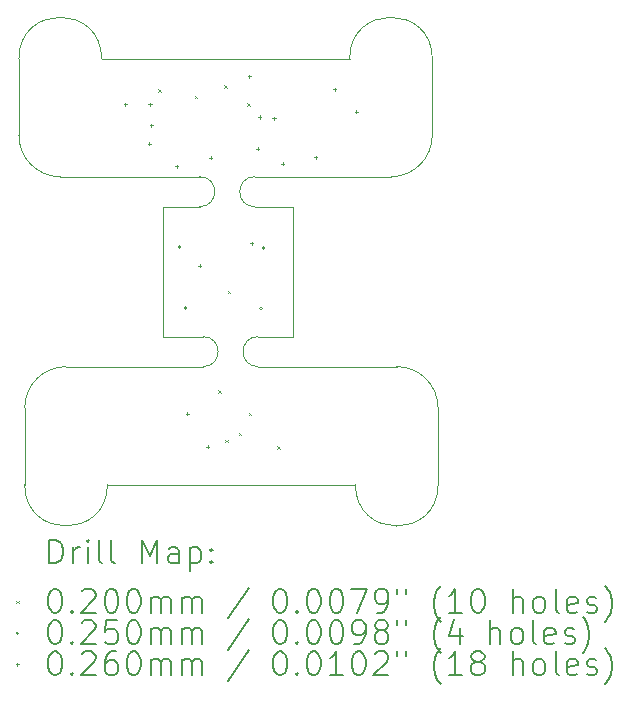
<source format=gbr>
%TF.GenerationSoftware,KiCad,Pcbnew,8.0.8*%
%TF.CreationDate,2025-04-24T20:50:18+02:00*%
%TF.ProjectId,IMU_PCBs,494d555f-5043-4427-932e-6b696361645f,rev?*%
%TF.SameCoordinates,Original*%
%TF.FileFunction,Drillmap*%
%TF.FilePolarity,Positive*%
%FSLAX45Y45*%
G04 Gerber Fmt 4.5, Leading zero omitted, Abs format (unit mm)*
G04 Created by KiCad (PCBNEW 8.0.8) date 2025-04-24 20:50:18*
%MOMM*%
%LPD*%
G01*
G04 APERTURE LIST*
%ADD10C,0.050000*%
%ADD11C,0.200000*%
%ADD12C,0.100000*%
G04 APERTURE END LIST*
D10*
X12677000Y-8251000D02*
X11517000Y-8251000D01*
X14317000Y-8251000D02*
X13143000Y-8251000D01*
X13143000Y-7997000D02*
X13438000Y-7997000D01*
X12677000Y-7997000D02*
X12338000Y-7997000D01*
X12338000Y-7997000D02*
X12338000Y-6897000D01*
X13438000Y-6897000D02*
X13438000Y-7997000D01*
X13115000Y-6897000D02*
X13438000Y-6897000D01*
X12649000Y-6897000D02*
X12338000Y-6897000D01*
X11468000Y-6643000D02*
X12649000Y-6643000D01*
X13115000Y-6643000D02*
X14268000Y-6643000D01*
X14667000Y-9251000D02*
X14667000Y-8601000D01*
X11167000Y-9251000D02*
X11167000Y-8601000D01*
X14317000Y-8251000D02*
G75*
G02*
X14667000Y-8601000I0J-350000D01*
G01*
X11867000Y-9251000D02*
G75*
G02*
X11167000Y-9251000I-350000J0D01*
G01*
X14667000Y-9251000D02*
G75*
G02*
X13967000Y-9251000I-350000J0D01*
G01*
X11167000Y-8601000D02*
G75*
G02*
X11517000Y-8251000I350000J0D01*
G01*
X13967000Y-9251000D02*
X11867000Y-9251000D01*
X11118000Y-5643000D02*
X11118000Y-6293000D01*
X11468000Y-6643000D02*
G75*
G02*
X11118000Y-6293000I0J350000D01*
G01*
X14618000Y-5643000D02*
X14618000Y-6293000D01*
X13918000Y-5643000D02*
G75*
G02*
X14618000Y-5643000I350000J0D01*
G01*
X11818000Y-5643000D02*
X13918000Y-5643000D01*
X14618000Y-6293000D02*
G75*
G02*
X14268000Y-6643000I-350000J0D01*
G01*
X11118000Y-5643000D02*
G75*
G02*
X11818000Y-5643000I350000J0D01*
G01*
X12677000Y-7997000D02*
G75*
G02*
X12677000Y-8251000I0J-127000D01*
G01*
X13143000Y-8251000D02*
G75*
G02*
X13143000Y-7997000I0J127000D01*
G01*
X12649000Y-6643000D02*
G75*
G02*
X12649000Y-6897000I0J-127000D01*
G01*
X13115000Y-6897000D02*
G75*
G02*
X13115000Y-6643000I0J127000D01*
G01*
D11*
D12*
X12298000Y-5903000D02*
X12318000Y-5923000D01*
X12318000Y-5903000D02*
X12298000Y-5923000D01*
X12608000Y-5958000D02*
X12628000Y-5978000D01*
X12628000Y-5958000D02*
X12608000Y-5978000D01*
X12807000Y-8451000D02*
X12827000Y-8471000D01*
X12827000Y-8451000D02*
X12807000Y-8471000D01*
X12858000Y-5868000D02*
X12878000Y-5888000D01*
X12878000Y-5868000D02*
X12858000Y-5888000D01*
X12867000Y-8871000D02*
X12887000Y-8891000D01*
X12887000Y-8871000D02*
X12867000Y-8891000D01*
X12888000Y-7607000D02*
X12908000Y-7627000D01*
X12908000Y-7607000D02*
X12888000Y-7627000D01*
X12982000Y-8811000D02*
X13002000Y-8831000D01*
X13002000Y-8811000D02*
X12982000Y-8831000D01*
X13053000Y-6023000D02*
X13073000Y-6043000D01*
X13073000Y-6023000D02*
X13053000Y-6043000D01*
X13062000Y-8641000D02*
X13082000Y-8661000D01*
X13082000Y-8641000D02*
X13062000Y-8661000D01*
X13307000Y-8926000D02*
X13327000Y-8946000D01*
X13327000Y-8926000D02*
X13307000Y-8946000D01*
X12490500Y-7237000D02*
G75*
G02*
X12465500Y-7237000I-12500J0D01*
G01*
X12465500Y-7237000D02*
G75*
G02*
X12490500Y-7237000I12500J0D01*
G01*
X12540500Y-7757000D02*
G75*
G02*
X12515500Y-7757000I-12500J0D01*
G01*
X12515500Y-7757000D02*
G75*
G02*
X12540500Y-7757000I12500J0D01*
G01*
X13180500Y-7757000D02*
G75*
G02*
X13155500Y-7757000I-12500J0D01*
G01*
X13155500Y-7757000D02*
G75*
G02*
X13180500Y-7757000I12500J0D01*
G01*
X13200500Y-7247000D02*
G75*
G02*
X13175500Y-7247000I-12500J0D01*
G01*
X13175500Y-7247000D02*
G75*
G02*
X13200500Y-7247000I12500J0D01*
G01*
X12018000Y-6015000D02*
X12018000Y-6041000D01*
X12005000Y-6028000D02*
X12031000Y-6028000D01*
X12223000Y-6350000D02*
X12223000Y-6376000D01*
X12210000Y-6363000D02*
X12236000Y-6363000D01*
X12228000Y-6015000D02*
X12228000Y-6041000D01*
X12215000Y-6028000D02*
X12241000Y-6028000D01*
X12240500Y-6195000D02*
X12240500Y-6221000D01*
X12227500Y-6208000D02*
X12253500Y-6208000D01*
X12453000Y-6540000D02*
X12453000Y-6566000D01*
X12440000Y-6553000D02*
X12466000Y-6553000D01*
X12542000Y-8638000D02*
X12542000Y-8664000D01*
X12529000Y-8651000D02*
X12555000Y-8651000D01*
X12648000Y-7384000D02*
X12648000Y-7410000D01*
X12635000Y-7397000D02*
X12661000Y-7397000D01*
X12717000Y-8918000D02*
X12717000Y-8944000D01*
X12704000Y-8931000D02*
X12730000Y-8931000D01*
X12743000Y-6470000D02*
X12743000Y-6496000D01*
X12730000Y-6483000D02*
X12756000Y-6483000D01*
X13068000Y-5780000D02*
X13068000Y-5806000D01*
X13055000Y-5793000D02*
X13081000Y-5793000D01*
X13088000Y-7194000D02*
X13088000Y-7220000D01*
X13075000Y-7207000D02*
X13101000Y-7207000D01*
X13140500Y-6395000D02*
X13140500Y-6421000D01*
X13127500Y-6408000D02*
X13153500Y-6408000D01*
X13158000Y-6125000D02*
X13158000Y-6151000D01*
X13145000Y-6138000D02*
X13171000Y-6138000D01*
X13278000Y-6135000D02*
X13278000Y-6161000D01*
X13265000Y-6148000D02*
X13291000Y-6148000D01*
X13353000Y-6521250D02*
X13353000Y-6547250D01*
X13340000Y-6534250D02*
X13366000Y-6534250D01*
X13633000Y-6465000D02*
X13633000Y-6491000D01*
X13620000Y-6478000D02*
X13646000Y-6478000D01*
X13793000Y-5890000D02*
X13793000Y-5916000D01*
X13780000Y-5903000D02*
X13806000Y-5903000D01*
X13973000Y-6080000D02*
X13973000Y-6106000D01*
X13960000Y-6093000D02*
X13986000Y-6093000D01*
D11*
X11376277Y-9914984D02*
X11376277Y-9714984D01*
X11376277Y-9714984D02*
X11423896Y-9714984D01*
X11423896Y-9714984D02*
X11452467Y-9724508D01*
X11452467Y-9724508D02*
X11471515Y-9743555D01*
X11471515Y-9743555D02*
X11481039Y-9762603D01*
X11481039Y-9762603D02*
X11490562Y-9800698D01*
X11490562Y-9800698D02*
X11490562Y-9829270D01*
X11490562Y-9829270D02*
X11481039Y-9867365D01*
X11481039Y-9867365D02*
X11471515Y-9886412D01*
X11471515Y-9886412D02*
X11452467Y-9905460D01*
X11452467Y-9905460D02*
X11423896Y-9914984D01*
X11423896Y-9914984D02*
X11376277Y-9914984D01*
X11576277Y-9914984D02*
X11576277Y-9781650D01*
X11576277Y-9819746D02*
X11585801Y-9800698D01*
X11585801Y-9800698D02*
X11595324Y-9791174D01*
X11595324Y-9791174D02*
X11614372Y-9781650D01*
X11614372Y-9781650D02*
X11633420Y-9781650D01*
X11700086Y-9914984D02*
X11700086Y-9781650D01*
X11700086Y-9714984D02*
X11690562Y-9724508D01*
X11690562Y-9724508D02*
X11700086Y-9734031D01*
X11700086Y-9734031D02*
X11709610Y-9724508D01*
X11709610Y-9724508D02*
X11700086Y-9714984D01*
X11700086Y-9714984D02*
X11700086Y-9734031D01*
X11823896Y-9914984D02*
X11804848Y-9905460D01*
X11804848Y-9905460D02*
X11795324Y-9886412D01*
X11795324Y-9886412D02*
X11795324Y-9714984D01*
X11928658Y-9914984D02*
X11909610Y-9905460D01*
X11909610Y-9905460D02*
X11900086Y-9886412D01*
X11900086Y-9886412D02*
X11900086Y-9714984D01*
X12157229Y-9914984D02*
X12157229Y-9714984D01*
X12157229Y-9714984D02*
X12223896Y-9857841D01*
X12223896Y-9857841D02*
X12290562Y-9714984D01*
X12290562Y-9714984D02*
X12290562Y-9914984D01*
X12471515Y-9914984D02*
X12471515Y-9810222D01*
X12471515Y-9810222D02*
X12461991Y-9791174D01*
X12461991Y-9791174D02*
X12442943Y-9781650D01*
X12442943Y-9781650D02*
X12404848Y-9781650D01*
X12404848Y-9781650D02*
X12385801Y-9791174D01*
X12471515Y-9905460D02*
X12452467Y-9914984D01*
X12452467Y-9914984D02*
X12404848Y-9914984D01*
X12404848Y-9914984D02*
X12385801Y-9905460D01*
X12385801Y-9905460D02*
X12376277Y-9886412D01*
X12376277Y-9886412D02*
X12376277Y-9867365D01*
X12376277Y-9867365D02*
X12385801Y-9848317D01*
X12385801Y-9848317D02*
X12404848Y-9838793D01*
X12404848Y-9838793D02*
X12452467Y-9838793D01*
X12452467Y-9838793D02*
X12471515Y-9829270D01*
X12566753Y-9781650D02*
X12566753Y-9981650D01*
X12566753Y-9791174D02*
X12585801Y-9781650D01*
X12585801Y-9781650D02*
X12623896Y-9781650D01*
X12623896Y-9781650D02*
X12642943Y-9791174D01*
X12642943Y-9791174D02*
X12652467Y-9800698D01*
X12652467Y-9800698D02*
X12661991Y-9819746D01*
X12661991Y-9819746D02*
X12661991Y-9876889D01*
X12661991Y-9876889D02*
X12652467Y-9895936D01*
X12652467Y-9895936D02*
X12642943Y-9905460D01*
X12642943Y-9905460D02*
X12623896Y-9914984D01*
X12623896Y-9914984D02*
X12585801Y-9914984D01*
X12585801Y-9914984D02*
X12566753Y-9905460D01*
X12747705Y-9895936D02*
X12757229Y-9905460D01*
X12757229Y-9905460D02*
X12747705Y-9914984D01*
X12747705Y-9914984D02*
X12738182Y-9905460D01*
X12738182Y-9905460D02*
X12747705Y-9895936D01*
X12747705Y-9895936D02*
X12747705Y-9914984D01*
X12747705Y-9791174D02*
X12757229Y-9800698D01*
X12757229Y-9800698D02*
X12747705Y-9810222D01*
X12747705Y-9810222D02*
X12738182Y-9800698D01*
X12738182Y-9800698D02*
X12747705Y-9791174D01*
X12747705Y-9791174D02*
X12747705Y-9810222D01*
D12*
X11095500Y-10233500D02*
X11115500Y-10253500D01*
X11115500Y-10233500D02*
X11095500Y-10253500D01*
D11*
X11414372Y-10134984D02*
X11433420Y-10134984D01*
X11433420Y-10134984D02*
X11452467Y-10144508D01*
X11452467Y-10144508D02*
X11461991Y-10154031D01*
X11461991Y-10154031D02*
X11471515Y-10173079D01*
X11471515Y-10173079D02*
X11481039Y-10211174D01*
X11481039Y-10211174D02*
X11481039Y-10258793D01*
X11481039Y-10258793D02*
X11471515Y-10296889D01*
X11471515Y-10296889D02*
X11461991Y-10315936D01*
X11461991Y-10315936D02*
X11452467Y-10325460D01*
X11452467Y-10325460D02*
X11433420Y-10334984D01*
X11433420Y-10334984D02*
X11414372Y-10334984D01*
X11414372Y-10334984D02*
X11395324Y-10325460D01*
X11395324Y-10325460D02*
X11385801Y-10315936D01*
X11385801Y-10315936D02*
X11376277Y-10296889D01*
X11376277Y-10296889D02*
X11366753Y-10258793D01*
X11366753Y-10258793D02*
X11366753Y-10211174D01*
X11366753Y-10211174D02*
X11376277Y-10173079D01*
X11376277Y-10173079D02*
X11385801Y-10154031D01*
X11385801Y-10154031D02*
X11395324Y-10144508D01*
X11395324Y-10144508D02*
X11414372Y-10134984D01*
X11566753Y-10315936D02*
X11576277Y-10325460D01*
X11576277Y-10325460D02*
X11566753Y-10334984D01*
X11566753Y-10334984D02*
X11557229Y-10325460D01*
X11557229Y-10325460D02*
X11566753Y-10315936D01*
X11566753Y-10315936D02*
X11566753Y-10334984D01*
X11652467Y-10154031D02*
X11661991Y-10144508D01*
X11661991Y-10144508D02*
X11681039Y-10134984D01*
X11681039Y-10134984D02*
X11728658Y-10134984D01*
X11728658Y-10134984D02*
X11747705Y-10144508D01*
X11747705Y-10144508D02*
X11757229Y-10154031D01*
X11757229Y-10154031D02*
X11766753Y-10173079D01*
X11766753Y-10173079D02*
X11766753Y-10192127D01*
X11766753Y-10192127D02*
X11757229Y-10220698D01*
X11757229Y-10220698D02*
X11642943Y-10334984D01*
X11642943Y-10334984D02*
X11766753Y-10334984D01*
X11890562Y-10134984D02*
X11909610Y-10134984D01*
X11909610Y-10134984D02*
X11928658Y-10144508D01*
X11928658Y-10144508D02*
X11938182Y-10154031D01*
X11938182Y-10154031D02*
X11947705Y-10173079D01*
X11947705Y-10173079D02*
X11957229Y-10211174D01*
X11957229Y-10211174D02*
X11957229Y-10258793D01*
X11957229Y-10258793D02*
X11947705Y-10296889D01*
X11947705Y-10296889D02*
X11938182Y-10315936D01*
X11938182Y-10315936D02*
X11928658Y-10325460D01*
X11928658Y-10325460D02*
X11909610Y-10334984D01*
X11909610Y-10334984D02*
X11890562Y-10334984D01*
X11890562Y-10334984D02*
X11871515Y-10325460D01*
X11871515Y-10325460D02*
X11861991Y-10315936D01*
X11861991Y-10315936D02*
X11852467Y-10296889D01*
X11852467Y-10296889D02*
X11842943Y-10258793D01*
X11842943Y-10258793D02*
X11842943Y-10211174D01*
X11842943Y-10211174D02*
X11852467Y-10173079D01*
X11852467Y-10173079D02*
X11861991Y-10154031D01*
X11861991Y-10154031D02*
X11871515Y-10144508D01*
X11871515Y-10144508D02*
X11890562Y-10134984D01*
X12081039Y-10134984D02*
X12100086Y-10134984D01*
X12100086Y-10134984D02*
X12119134Y-10144508D01*
X12119134Y-10144508D02*
X12128658Y-10154031D01*
X12128658Y-10154031D02*
X12138182Y-10173079D01*
X12138182Y-10173079D02*
X12147705Y-10211174D01*
X12147705Y-10211174D02*
X12147705Y-10258793D01*
X12147705Y-10258793D02*
X12138182Y-10296889D01*
X12138182Y-10296889D02*
X12128658Y-10315936D01*
X12128658Y-10315936D02*
X12119134Y-10325460D01*
X12119134Y-10325460D02*
X12100086Y-10334984D01*
X12100086Y-10334984D02*
X12081039Y-10334984D01*
X12081039Y-10334984D02*
X12061991Y-10325460D01*
X12061991Y-10325460D02*
X12052467Y-10315936D01*
X12052467Y-10315936D02*
X12042943Y-10296889D01*
X12042943Y-10296889D02*
X12033420Y-10258793D01*
X12033420Y-10258793D02*
X12033420Y-10211174D01*
X12033420Y-10211174D02*
X12042943Y-10173079D01*
X12042943Y-10173079D02*
X12052467Y-10154031D01*
X12052467Y-10154031D02*
X12061991Y-10144508D01*
X12061991Y-10144508D02*
X12081039Y-10134984D01*
X12233420Y-10334984D02*
X12233420Y-10201650D01*
X12233420Y-10220698D02*
X12242943Y-10211174D01*
X12242943Y-10211174D02*
X12261991Y-10201650D01*
X12261991Y-10201650D02*
X12290563Y-10201650D01*
X12290563Y-10201650D02*
X12309610Y-10211174D01*
X12309610Y-10211174D02*
X12319134Y-10230222D01*
X12319134Y-10230222D02*
X12319134Y-10334984D01*
X12319134Y-10230222D02*
X12328658Y-10211174D01*
X12328658Y-10211174D02*
X12347705Y-10201650D01*
X12347705Y-10201650D02*
X12376277Y-10201650D01*
X12376277Y-10201650D02*
X12395324Y-10211174D01*
X12395324Y-10211174D02*
X12404848Y-10230222D01*
X12404848Y-10230222D02*
X12404848Y-10334984D01*
X12500086Y-10334984D02*
X12500086Y-10201650D01*
X12500086Y-10220698D02*
X12509610Y-10211174D01*
X12509610Y-10211174D02*
X12528658Y-10201650D01*
X12528658Y-10201650D02*
X12557229Y-10201650D01*
X12557229Y-10201650D02*
X12576277Y-10211174D01*
X12576277Y-10211174D02*
X12585801Y-10230222D01*
X12585801Y-10230222D02*
X12585801Y-10334984D01*
X12585801Y-10230222D02*
X12595324Y-10211174D01*
X12595324Y-10211174D02*
X12614372Y-10201650D01*
X12614372Y-10201650D02*
X12642943Y-10201650D01*
X12642943Y-10201650D02*
X12661991Y-10211174D01*
X12661991Y-10211174D02*
X12671515Y-10230222D01*
X12671515Y-10230222D02*
X12671515Y-10334984D01*
X13061991Y-10125460D02*
X12890563Y-10382603D01*
X13319134Y-10134984D02*
X13338182Y-10134984D01*
X13338182Y-10134984D02*
X13357229Y-10144508D01*
X13357229Y-10144508D02*
X13366753Y-10154031D01*
X13366753Y-10154031D02*
X13376277Y-10173079D01*
X13376277Y-10173079D02*
X13385801Y-10211174D01*
X13385801Y-10211174D02*
X13385801Y-10258793D01*
X13385801Y-10258793D02*
X13376277Y-10296889D01*
X13376277Y-10296889D02*
X13366753Y-10315936D01*
X13366753Y-10315936D02*
X13357229Y-10325460D01*
X13357229Y-10325460D02*
X13338182Y-10334984D01*
X13338182Y-10334984D02*
X13319134Y-10334984D01*
X13319134Y-10334984D02*
X13300086Y-10325460D01*
X13300086Y-10325460D02*
X13290563Y-10315936D01*
X13290563Y-10315936D02*
X13281039Y-10296889D01*
X13281039Y-10296889D02*
X13271515Y-10258793D01*
X13271515Y-10258793D02*
X13271515Y-10211174D01*
X13271515Y-10211174D02*
X13281039Y-10173079D01*
X13281039Y-10173079D02*
X13290563Y-10154031D01*
X13290563Y-10154031D02*
X13300086Y-10144508D01*
X13300086Y-10144508D02*
X13319134Y-10134984D01*
X13471515Y-10315936D02*
X13481039Y-10325460D01*
X13481039Y-10325460D02*
X13471515Y-10334984D01*
X13471515Y-10334984D02*
X13461991Y-10325460D01*
X13461991Y-10325460D02*
X13471515Y-10315936D01*
X13471515Y-10315936D02*
X13471515Y-10334984D01*
X13604848Y-10134984D02*
X13623896Y-10134984D01*
X13623896Y-10134984D02*
X13642944Y-10144508D01*
X13642944Y-10144508D02*
X13652467Y-10154031D01*
X13652467Y-10154031D02*
X13661991Y-10173079D01*
X13661991Y-10173079D02*
X13671515Y-10211174D01*
X13671515Y-10211174D02*
X13671515Y-10258793D01*
X13671515Y-10258793D02*
X13661991Y-10296889D01*
X13661991Y-10296889D02*
X13652467Y-10315936D01*
X13652467Y-10315936D02*
X13642944Y-10325460D01*
X13642944Y-10325460D02*
X13623896Y-10334984D01*
X13623896Y-10334984D02*
X13604848Y-10334984D01*
X13604848Y-10334984D02*
X13585801Y-10325460D01*
X13585801Y-10325460D02*
X13576277Y-10315936D01*
X13576277Y-10315936D02*
X13566753Y-10296889D01*
X13566753Y-10296889D02*
X13557229Y-10258793D01*
X13557229Y-10258793D02*
X13557229Y-10211174D01*
X13557229Y-10211174D02*
X13566753Y-10173079D01*
X13566753Y-10173079D02*
X13576277Y-10154031D01*
X13576277Y-10154031D02*
X13585801Y-10144508D01*
X13585801Y-10144508D02*
X13604848Y-10134984D01*
X13795325Y-10134984D02*
X13814372Y-10134984D01*
X13814372Y-10134984D02*
X13833420Y-10144508D01*
X13833420Y-10144508D02*
X13842944Y-10154031D01*
X13842944Y-10154031D02*
X13852467Y-10173079D01*
X13852467Y-10173079D02*
X13861991Y-10211174D01*
X13861991Y-10211174D02*
X13861991Y-10258793D01*
X13861991Y-10258793D02*
X13852467Y-10296889D01*
X13852467Y-10296889D02*
X13842944Y-10315936D01*
X13842944Y-10315936D02*
X13833420Y-10325460D01*
X13833420Y-10325460D02*
X13814372Y-10334984D01*
X13814372Y-10334984D02*
X13795325Y-10334984D01*
X13795325Y-10334984D02*
X13776277Y-10325460D01*
X13776277Y-10325460D02*
X13766753Y-10315936D01*
X13766753Y-10315936D02*
X13757229Y-10296889D01*
X13757229Y-10296889D02*
X13747706Y-10258793D01*
X13747706Y-10258793D02*
X13747706Y-10211174D01*
X13747706Y-10211174D02*
X13757229Y-10173079D01*
X13757229Y-10173079D02*
X13766753Y-10154031D01*
X13766753Y-10154031D02*
X13776277Y-10144508D01*
X13776277Y-10144508D02*
X13795325Y-10134984D01*
X13928658Y-10134984D02*
X14061991Y-10134984D01*
X14061991Y-10134984D02*
X13976277Y-10334984D01*
X14147706Y-10334984D02*
X14185801Y-10334984D01*
X14185801Y-10334984D02*
X14204848Y-10325460D01*
X14204848Y-10325460D02*
X14214372Y-10315936D01*
X14214372Y-10315936D02*
X14233420Y-10287365D01*
X14233420Y-10287365D02*
X14242944Y-10249270D01*
X14242944Y-10249270D02*
X14242944Y-10173079D01*
X14242944Y-10173079D02*
X14233420Y-10154031D01*
X14233420Y-10154031D02*
X14223896Y-10144508D01*
X14223896Y-10144508D02*
X14204848Y-10134984D01*
X14204848Y-10134984D02*
X14166753Y-10134984D01*
X14166753Y-10134984D02*
X14147706Y-10144508D01*
X14147706Y-10144508D02*
X14138182Y-10154031D01*
X14138182Y-10154031D02*
X14128658Y-10173079D01*
X14128658Y-10173079D02*
X14128658Y-10220698D01*
X14128658Y-10220698D02*
X14138182Y-10239746D01*
X14138182Y-10239746D02*
X14147706Y-10249270D01*
X14147706Y-10249270D02*
X14166753Y-10258793D01*
X14166753Y-10258793D02*
X14204848Y-10258793D01*
X14204848Y-10258793D02*
X14223896Y-10249270D01*
X14223896Y-10249270D02*
X14233420Y-10239746D01*
X14233420Y-10239746D02*
X14242944Y-10220698D01*
X14319134Y-10134984D02*
X14319134Y-10173079D01*
X14395325Y-10134984D02*
X14395325Y-10173079D01*
X14690563Y-10411174D02*
X14681039Y-10401650D01*
X14681039Y-10401650D02*
X14661991Y-10373079D01*
X14661991Y-10373079D02*
X14652468Y-10354031D01*
X14652468Y-10354031D02*
X14642944Y-10325460D01*
X14642944Y-10325460D02*
X14633420Y-10277841D01*
X14633420Y-10277841D02*
X14633420Y-10239746D01*
X14633420Y-10239746D02*
X14642944Y-10192127D01*
X14642944Y-10192127D02*
X14652468Y-10163555D01*
X14652468Y-10163555D02*
X14661991Y-10144508D01*
X14661991Y-10144508D02*
X14681039Y-10115936D01*
X14681039Y-10115936D02*
X14690563Y-10106412D01*
X14871515Y-10334984D02*
X14757229Y-10334984D01*
X14814372Y-10334984D02*
X14814372Y-10134984D01*
X14814372Y-10134984D02*
X14795325Y-10163555D01*
X14795325Y-10163555D02*
X14776277Y-10182603D01*
X14776277Y-10182603D02*
X14757229Y-10192127D01*
X14995325Y-10134984D02*
X15014372Y-10134984D01*
X15014372Y-10134984D02*
X15033420Y-10144508D01*
X15033420Y-10144508D02*
X15042944Y-10154031D01*
X15042944Y-10154031D02*
X15052468Y-10173079D01*
X15052468Y-10173079D02*
X15061991Y-10211174D01*
X15061991Y-10211174D02*
X15061991Y-10258793D01*
X15061991Y-10258793D02*
X15052468Y-10296889D01*
X15052468Y-10296889D02*
X15042944Y-10315936D01*
X15042944Y-10315936D02*
X15033420Y-10325460D01*
X15033420Y-10325460D02*
X15014372Y-10334984D01*
X15014372Y-10334984D02*
X14995325Y-10334984D01*
X14995325Y-10334984D02*
X14976277Y-10325460D01*
X14976277Y-10325460D02*
X14966753Y-10315936D01*
X14966753Y-10315936D02*
X14957229Y-10296889D01*
X14957229Y-10296889D02*
X14947706Y-10258793D01*
X14947706Y-10258793D02*
X14947706Y-10211174D01*
X14947706Y-10211174D02*
X14957229Y-10173079D01*
X14957229Y-10173079D02*
X14966753Y-10154031D01*
X14966753Y-10154031D02*
X14976277Y-10144508D01*
X14976277Y-10144508D02*
X14995325Y-10134984D01*
X15300087Y-10334984D02*
X15300087Y-10134984D01*
X15385801Y-10334984D02*
X15385801Y-10230222D01*
X15385801Y-10230222D02*
X15376277Y-10211174D01*
X15376277Y-10211174D02*
X15357230Y-10201650D01*
X15357230Y-10201650D02*
X15328658Y-10201650D01*
X15328658Y-10201650D02*
X15309610Y-10211174D01*
X15309610Y-10211174D02*
X15300087Y-10220698D01*
X15509610Y-10334984D02*
X15490563Y-10325460D01*
X15490563Y-10325460D02*
X15481039Y-10315936D01*
X15481039Y-10315936D02*
X15471515Y-10296889D01*
X15471515Y-10296889D02*
X15471515Y-10239746D01*
X15471515Y-10239746D02*
X15481039Y-10220698D01*
X15481039Y-10220698D02*
X15490563Y-10211174D01*
X15490563Y-10211174D02*
X15509610Y-10201650D01*
X15509610Y-10201650D02*
X15538182Y-10201650D01*
X15538182Y-10201650D02*
X15557230Y-10211174D01*
X15557230Y-10211174D02*
X15566753Y-10220698D01*
X15566753Y-10220698D02*
X15576277Y-10239746D01*
X15576277Y-10239746D02*
X15576277Y-10296889D01*
X15576277Y-10296889D02*
X15566753Y-10315936D01*
X15566753Y-10315936D02*
X15557230Y-10325460D01*
X15557230Y-10325460D02*
X15538182Y-10334984D01*
X15538182Y-10334984D02*
X15509610Y-10334984D01*
X15690563Y-10334984D02*
X15671515Y-10325460D01*
X15671515Y-10325460D02*
X15661991Y-10306412D01*
X15661991Y-10306412D02*
X15661991Y-10134984D01*
X15842944Y-10325460D02*
X15823896Y-10334984D01*
X15823896Y-10334984D02*
X15785801Y-10334984D01*
X15785801Y-10334984D02*
X15766753Y-10325460D01*
X15766753Y-10325460D02*
X15757230Y-10306412D01*
X15757230Y-10306412D02*
X15757230Y-10230222D01*
X15757230Y-10230222D02*
X15766753Y-10211174D01*
X15766753Y-10211174D02*
X15785801Y-10201650D01*
X15785801Y-10201650D02*
X15823896Y-10201650D01*
X15823896Y-10201650D02*
X15842944Y-10211174D01*
X15842944Y-10211174D02*
X15852468Y-10230222D01*
X15852468Y-10230222D02*
X15852468Y-10249270D01*
X15852468Y-10249270D02*
X15757230Y-10268317D01*
X15928658Y-10325460D02*
X15947706Y-10334984D01*
X15947706Y-10334984D02*
X15985801Y-10334984D01*
X15985801Y-10334984D02*
X16004849Y-10325460D01*
X16004849Y-10325460D02*
X16014372Y-10306412D01*
X16014372Y-10306412D02*
X16014372Y-10296889D01*
X16014372Y-10296889D02*
X16004849Y-10277841D01*
X16004849Y-10277841D02*
X15985801Y-10268317D01*
X15985801Y-10268317D02*
X15957230Y-10268317D01*
X15957230Y-10268317D02*
X15938182Y-10258793D01*
X15938182Y-10258793D02*
X15928658Y-10239746D01*
X15928658Y-10239746D02*
X15928658Y-10230222D01*
X15928658Y-10230222D02*
X15938182Y-10211174D01*
X15938182Y-10211174D02*
X15957230Y-10201650D01*
X15957230Y-10201650D02*
X15985801Y-10201650D01*
X15985801Y-10201650D02*
X16004849Y-10211174D01*
X16081039Y-10411174D02*
X16090563Y-10401650D01*
X16090563Y-10401650D02*
X16109611Y-10373079D01*
X16109611Y-10373079D02*
X16119134Y-10354031D01*
X16119134Y-10354031D02*
X16128658Y-10325460D01*
X16128658Y-10325460D02*
X16138182Y-10277841D01*
X16138182Y-10277841D02*
X16138182Y-10239746D01*
X16138182Y-10239746D02*
X16128658Y-10192127D01*
X16128658Y-10192127D02*
X16119134Y-10163555D01*
X16119134Y-10163555D02*
X16109611Y-10144508D01*
X16109611Y-10144508D02*
X16090563Y-10115936D01*
X16090563Y-10115936D02*
X16081039Y-10106412D01*
D12*
X11115500Y-10507500D02*
G75*
G02*
X11090500Y-10507500I-12500J0D01*
G01*
X11090500Y-10507500D02*
G75*
G02*
X11115500Y-10507500I12500J0D01*
G01*
D11*
X11414372Y-10398984D02*
X11433420Y-10398984D01*
X11433420Y-10398984D02*
X11452467Y-10408508D01*
X11452467Y-10408508D02*
X11461991Y-10418031D01*
X11461991Y-10418031D02*
X11471515Y-10437079D01*
X11471515Y-10437079D02*
X11481039Y-10475174D01*
X11481039Y-10475174D02*
X11481039Y-10522793D01*
X11481039Y-10522793D02*
X11471515Y-10560889D01*
X11471515Y-10560889D02*
X11461991Y-10579936D01*
X11461991Y-10579936D02*
X11452467Y-10589460D01*
X11452467Y-10589460D02*
X11433420Y-10598984D01*
X11433420Y-10598984D02*
X11414372Y-10598984D01*
X11414372Y-10598984D02*
X11395324Y-10589460D01*
X11395324Y-10589460D02*
X11385801Y-10579936D01*
X11385801Y-10579936D02*
X11376277Y-10560889D01*
X11376277Y-10560889D02*
X11366753Y-10522793D01*
X11366753Y-10522793D02*
X11366753Y-10475174D01*
X11366753Y-10475174D02*
X11376277Y-10437079D01*
X11376277Y-10437079D02*
X11385801Y-10418031D01*
X11385801Y-10418031D02*
X11395324Y-10408508D01*
X11395324Y-10408508D02*
X11414372Y-10398984D01*
X11566753Y-10579936D02*
X11576277Y-10589460D01*
X11576277Y-10589460D02*
X11566753Y-10598984D01*
X11566753Y-10598984D02*
X11557229Y-10589460D01*
X11557229Y-10589460D02*
X11566753Y-10579936D01*
X11566753Y-10579936D02*
X11566753Y-10598984D01*
X11652467Y-10418031D02*
X11661991Y-10408508D01*
X11661991Y-10408508D02*
X11681039Y-10398984D01*
X11681039Y-10398984D02*
X11728658Y-10398984D01*
X11728658Y-10398984D02*
X11747705Y-10408508D01*
X11747705Y-10408508D02*
X11757229Y-10418031D01*
X11757229Y-10418031D02*
X11766753Y-10437079D01*
X11766753Y-10437079D02*
X11766753Y-10456127D01*
X11766753Y-10456127D02*
X11757229Y-10484698D01*
X11757229Y-10484698D02*
X11642943Y-10598984D01*
X11642943Y-10598984D02*
X11766753Y-10598984D01*
X11947705Y-10398984D02*
X11852467Y-10398984D01*
X11852467Y-10398984D02*
X11842943Y-10494222D01*
X11842943Y-10494222D02*
X11852467Y-10484698D01*
X11852467Y-10484698D02*
X11871515Y-10475174D01*
X11871515Y-10475174D02*
X11919134Y-10475174D01*
X11919134Y-10475174D02*
X11938182Y-10484698D01*
X11938182Y-10484698D02*
X11947705Y-10494222D01*
X11947705Y-10494222D02*
X11957229Y-10513270D01*
X11957229Y-10513270D02*
X11957229Y-10560889D01*
X11957229Y-10560889D02*
X11947705Y-10579936D01*
X11947705Y-10579936D02*
X11938182Y-10589460D01*
X11938182Y-10589460D02*
X11919134Y-10598984D01*
X11919134Y-10598984D02*
X11871515Y-10598984D01*
X11871515Y-10598984D02*
X11852467Y-10589460D01*
X11852467Y-10589460D02*
X11842943Y-10579936D01*
X12081039Y-10398984D02*
X12100086Y-10398984D01*
X12100086Y-10398984D02*
X12119134Y-10408508D01*
X12119134Y-10408508D02*
X12128658Y-10418031D01*
X12128658Y-10418031D02*
X12138182Y-10437079D01*
X12138182Y-10437079D02*
X12147705Y-10475174D01*
X12147705Y-10475174D02*
X12147705Y-10522793D01*
X12147705Y-10522793D02*
X12138182Y-10560889D01*
X12138182Y-10560889D02*
X12128658Y-10579936D01*
X12128658Y-10579936D02*
X12119134Y-10589460D01*
X12119134Y-10589460D02*
X12100086Y-10598984D01*
X12100086Y-10598984D02*
X12081039Y-10598984D01*
X12081039Y-10598984D02*
X12061991Y-10589460D01*
X12061991Y-10589460D02*
X12052467Y-10579936D01*
X12052467Y-10579936D02*
X12042943Y-10560889D01*
X12042943Y-10560889D02*
X12033420Y-10522793D01*
X12033420Y-10522793D02*
X12033420Y-10475174D01*
X12033420Y-10475174D02*
X12042943Y-10437079D01*
X12042943Y-10437079D02*
X12052467Y-10418031D01*
X12052467Y-10418031D02*
X12061991Y-10408508D01*
X12061991Y-10408508D02*
X12081039Y-10398984D01*
X12233420Y-10598984D02*
X12233420Y-10465650D01*
X12233420Y-10484698D02*
X12242943Y-10475174D01*
X12242943Y-10475174D02*
X12261991Y-10465650D01*
X12261991Y-10465650D02*
X12290563Y-10465650D01*
X12290563Y-10465650D02*
X12309610Y-10475174D01*
X12309610Y-10475174D02*
X12319134Y-10494222D01*
X12319134Y-10494222D02*
X12319134Y-10598984D01*
X12319134Y-10494222D02*
X12328658Y-10475174D01*
X12328658Y-10475174D02*
X12347705Y-10465650D01*
X12347705Y-10465650D02*
X12376277Y-10465650D01*
X12376277Y-10465650D02*
X12395324Y-10475174D01*
X12395324Y-10475174D02*
X12404848Y-10494222D01*
X12404848Y-10494222D02*
X12404848Y-10598984D01*
X12500086Y-10598984D02*
X12500086Y-10465650D01*
X12500086Y-10484698D02*
X12509610Y-10475174D01*
X12509610Y-10475174D02*
X12528658Y-10465650D01*
X12528658Y-10465650D02*
X12557229Y-10465650D01*
X12557229Y-10465650D02*
X12576277Y-10475174D01*
X12576277Y-10475174D02*
X12585801Y-10494222D01*
X12585801Y-10494222D02*
X12585801Y-10598984D01*
X12585801Y-10494222D02*
X12595324Y-10475174D01*
X12595324Y-10475174D02*
X12614372Y-10465650D01*
X12614372Y-10465650D02*
X12642943Y-10465650D01*
X12642943Y-10465650D02*
X12661991Y-10475174D01*
X12661991Y-10475174D02*
X12671515Y-10494222D01*
X12671515Y-10494222D02*
X12671515Y-10598984D01*
X13061991Y-10389460D02*
X12890563Y-10646603D01*
X13319134Y-10398984D02*
X13338182Y-10398984D01*
X13338182Y-10398984D02*
X13357229Y-10408508D01*
X13357229Y-10408508D02*
X13366753Y-10418031D01*
X13366753Y-10418031D02*
X13376277Y-10437079D01*
X13376277Y-10437079D02*
X13385801Y-10475174D01*
X13385801Y-10475174D02*
X13385801Y-10522793D01*
X13385801Y-10522793D02*
X13376277Y-10560889D01*
X13376277Y-10560889D02*
X13366753Y-10579936D01*
X13366753Y-10579936D02*
X13357229Y-10589460D01*
X13357229Y-10589460D02*
X13338182Y-10598984D01*
X13338182Y-10598984D02*
X13319134Y-10598984D01*
X13319134Y-10598984D02*
X13300086Y-10589460D01*
X13300086Y-10589460D02*
X13290563Y-10579936D01*
X13290563Y-10579936D02*
X13281039Y-10560889D01*
X13281039Y-10560889D02*
X13271515Y-10522793D01*
X13271515Y-10522793D02*
X13271515Y-10475174D01*
X13271515Y-10475174D02*
X13281039Y-10437079D01*
X13281039Y-10437079D02*
X13290563Y-10418031D01*
X13290563Y-10418031D02*
X13300086Y-10408508D01*
X13300086Y-10408508D02*
X13319134Y-10398984D01*
X13471515Y-10579936D02*
X13481039Y-10589460D01*
X13481039Y-10589460D02*
X13471515Y-10598984D01*
X13471515Y-10598984D02*
X13461991Y-10589460D01*
X13461991Y-10589460D02*
X13471515Y-10579936D01*
X13471515Y-10579936D02*
X13471515Y-10598984D01*
X13604848Y-10398984D02*
X13623896Y-10398984D01*
X13623896Y-10398984D02*
X13642944Y-10408508D01*
X13642944Y-10408508D02*
X13652467Y-10418031D01*
X13652467Y-10418031D02*
X13661991Y-10437079D01*
X13661991Y-10437079D02*
X13671515Y-10475174D01*
X13671515Y-10475174D02*
X13671515Y-10522793D01*
X13671515Y-10522793D02*
X13661991Y-10560889D01*
X13661991Y-10560889D02*
X13652467Y-10579936D01*
X13652467Y-10579936D02*
X13642944Y-10589460D01*
X13642944Y-10589460D02*
X13623896Y-10598984D01*
X13623896Y-10598984D02*
X13604848Y-10598984D01*
X13604848Y-10598984D02*
X13585801Y-10589460D01*
X13585801Y-10589460D02*
X13576277Y-10579936D01*
X13576277Y-10579936D02*
X13566753Y-10560889D01*
X13566753Y-10560889D02*
X13557229Y-10522793D01*
X13557229Y-10522793D02*
X13557229Y-10475174D01*
X13557229Y-10475174D02*
X13566753Y-10437079D01*
X13566753Y-10437079D02*
X13576277Y-10418031D01*
X13576277Y-10418031D02*
X13585801Y-10408508D01*
X13585801Y-10408508D02*
X13604848Y-10398984D01*
X13795325Y-10398984D02*
X13814372Y-10398984D01*
X13814372Y-10398984D02*
X13833420Y-10408508D01*
X13833420Y-10408508D02*
X13842944Y-10418031D01*
X13842944Y-10418031D02*
X13852467Y-10437079D01*
X13852467Y-10437079D02*
X13861991Y-10475174D01*
X13861991Y-10475174D02*
X13861991Y-10522793D01*
X13861991Y-10522793D02*
X13852467Y-10560889D01*
X13852467Y-10560889D02*
X13842944Y-10579936D01*
X13842944Y-10579936D02*
X13833420Y-10589460D01*
X13833420Y-10589460D02*
X13814372Y-10598984D01*
X13814372Y-10598984D02*
X13795325Y-10598984D01*
X13795325Y-10598984D02*
X13776277Y-10589460D01*
X13776277Y-10589460D02*
X13766753Y-10579936D01*
X13766753Y-10579936D02*
X13757229Y-10560889D01*
X13757229Y-10560889D02*
X13747706Y-10522793D01*
X13747706Y-10522793D02*
X13747706Y-10475174D01*
X13747706Y-10475174D02*
X13757229Y-10437079D01*
X13757229Y-10437079D02*
X13766753Y-10418031D01*
X13766753Y-10418031D02*
X13776277Y-10408508D01*
X13776277Y-10408508D02*
X13795325Y-10398984D01*
X13957229Y-10598984D02*
X13995325Y-10598984D01*
X13995325Y-10598984D02*
X14014372Y-10589460D01*
X14014372Y-10589460D02*
X14023896Y-10579936D01*
X14023896Y-10579936D02*
X14042944Y-10551365D01*
X14042944Y-10551365D02*
X14052467Y-10513270D01*
X14052467Y-10513270D02*
X14052467Y-10437079D01*
X14052467Y-10437079D02*
X14042944Y-10418031D01*
X14042944Y-10418031D02*
X14033420Y-10408508D01*
X14033420Y-10408508D02*
X14014372Y-10398984D01*
X14014372Y-10398984D02*
X13976277Y-10398984D01*
X13976277Y-10398984D02*
X13957229Y-10408508D01*
X13957229Y-10408508D02*
X13947706Y-10418031D01*
X13947706Y-10418031D02*
X13938182Y-10437079D01*
X13938182Y-10437079D02*
X13938182Y-10484698D01*
X13938182Y-10484698D02*
X13947706Y-10503746D01*
X13947706Y-10503746D02*
X13957229Y-10513270D01*
X13957229Y-10513270D02*
X13976277Y-10522793D01*
X13976277Y-10522793D02*
X14014372Y-10522793D01*
X14014372Y-10522793D02*
X14033420Y-10513270D01*
X14033420Y-10513270D02*
X14042944Y-10503746D01*
X14042944Y-10503746D02*
X14052467Y-10484698D01*
X14166753Y-10484698D02*
X14147706Y-10475174D01*
X14147706Y-10475174D02*
X14138182Y-10465650D01*
X14138182Y-10465650D02*
X14128658Y-10446603D01*
X14128658Y-10446603D02*
X14128658Y-10437079D01*
X14128658Y-10437079D02*
X14138182Y-10418031D01*
X14138182Y-10418031D02*
X14147706Y-10408508D01*
X14147706Y-10408508D02*
X14166753Y-10398984D01*
X14166753Y-10398984D02*
X14204848Y-10398984D01*
X14204848Y-10398984D02*
X14223896Y-10408508D01*
X14223896Y-10408508D02*
X14233420Y-10418031D01*
X14233420Y-10418031D02*
X14242944Y-10437079D01*
X14242944Y-10437079D02*
X14242944Y-10446603D01*
X14242944Y-10446603D02*
X14233420Y-10465650D01*
X14233420Y-10465650D02*
X14223896Y-10475174D01*
X14223896Y-10475174D02*
X14204848Y-10484698D01*
X14204848Y-10484698D02*
X14166753Y-10484698D01*
X14166753Y-10484698D02*
X14147706Y-10494222D01*
X14147706Y-10494222D02*
X14138182Y-10503746D01*
X14138182Y-10503746D02*
X14128658Y-10522793D01*
X14128658Y-10522793D02*
X14128658Y-10560889D01*
X14128658Y-10560889D02*
X14138182Y-10579936D01*
X14138182Y-10579936D02*
X14147706Y-10589460D01*
X14147706Y-10589460D02*
X14166753Y-10598984D01*
X14166753Y-10598984D02*
X14204848Y-10598984D01*
X14204848Y-10598984D02*
X14223896Y-10589460D01*
X14223896Y-10589460D02*
X14233420Y-10579936D01*
X14233420Y-10579936D02*
X14242944Y-10560889D01*
X14242944Y-10560889D02*
X14242944Y-10522793D01*
X14242944Y-10522793D02*
X14233420Y-10503746D01*
X14233420Y-10503746D02*
X14223896Y-10494222D01*
X14223896Y-10494222D02*
X14204848Y-10484698D01*
X14319134Y-10398984D02*
X14319134Y-10437079D01*
X14395325Y-10398984D02*
X14395325Y-10437079D01*
X14690563Y-10675174D02*
X14681039Y-10665650D01*
X14681039Y-10665650D02*
X14661991Y-10637079D01*
X14661991Y-10637079D02*
X14652468Y-10618031D01*
X14652468Y-10618031D02*
X14642944Y-10589460D01*
X14642944Y-10589460D02*
X14633420Y-10541841D01*
X14633420Y-10541841D02*
X14633420Y-10503746D01*
X14633420Y-10503746D02*
X14642944Y-10456127D01*
X14642944Y-10456127D02*
X14652468Y-10427555D01*
X14652468Y-10427555D02*
X14661991Y-10408508D01*
X14661991Y-10408508D02*
X14681039Y-10379936D01*
X14681039Y-10379936D02*
X14690563Y-10370412D01*
X14852468Y-10465650D02*
X14852468Y-10598984D01*
X14804848Y-10389460D02*
X14757229Y-10532317D01*
X14757229Y-10532317D02*
X14881039Y-10532317D01*
X15109610Y-10598984D02*
X15109610Y-10398984D01*
X15195325Y-10598984D02*
X15195325Y-10494222D01*
X15195325Y-10494222D02*
X15185801Y-10475174D01*
X15185801Y-10475174D02*
X15166753Y-10465650D01*
X15166753Y-10465650D02*
X15138182Y-10465650D01*
X15138182Y-10465650D02*
X15119134Y-10475174D01*
X15119134Y-10475174D02*
X15109610Y-10484698D01*
X15319134Y-10598984D02*
X15300087Y-10589460D01*
X15300087Y-10589460D02*
X15290563Y-10579936D01*
X15290563Y-10579936D02*
X15281039Y-10560889D01*
X15281039Y-10560889D02*
X15281039Y-10503746D01*
X15281039Y-10503746D02*
X15290563Y-10484698D01*
X15290563Y-10484698D02*
X15300087Y-10475174D01*
X15300087Y-10475174D02*
X15319134Y-10465650D01*
X15319134Y-10465650D02*
X15347706Y-10465650D01*
X15347706Y-10465650D02*
X15366753Y-10475174D01*
X15366753Y-10475174D02*
X15376277Y-10484698D01*
X15376277Y-10484698D02*
X15385801Y-10503746D01*
X15385801Y-10503746D02*
X15385801Y-10560889D01*
X15385801Y-10560889D02*
X15376277Y-10579936D01*
X15376277Y-10579936D02*
X15366753Y-10589460D01*
X15366753Y-10589460D02*
X15347706Y-10598984D01*
X15347706Y-10598984D02*
X15319134Y-10598984D01*
X15500087Y-10598984D02*
X15481039Y-10589460D01*
X15481039Y-10589460D02*
X15471515Y-10570412D01*
X15471515Y-10570412D02*
X15471515Y-10398984D01*
X15652468Y-10589460D02*
X15633420Y-10598984D01*
X15633420Y-10598984D02*
X15595325Y-10598984D01*
X15595325Y-10598984D02*
X15576277Y-10589460D01*
X15576277Y-10589460D02*
X15566753Y-10570412D01*
X15566753Y-10570412D02*
X15566753Y-10494222D01*
X15566753Y-10494222D02*
X15576277Y-10475174D01*
X15576277Y-10475174D02*
X15595325Y-10465650D01*
X15595325Y-10465650D02*
X15633420Y-10465650D01*
X15633420Y-10465650D02*
X15652468Y-10475174D01*
X15652468Y-10475174D02*
X15661991Y-10494222D01*
X15661991Y-10494222D02*
X15661991Y-10513270D01*
X15661991Y-10513270D02*
X15566753Y-10532317D01*
X15738182Y-10589460D02*
X15757230Y-10598984D01*
X15757230Y-10598984D02*
X15795325Y-10598984D01*
X15795325Y-10598984D02*
X15814372Y-10589460D01*
X15814372Y-10589460D02*
X15823896Y-10570412D01*
X15823896Y-10570412D02*
X15823896Y-10560889D01*
X15823896Y-10560889D02*
X15814372Y-10541841D01*
X15814372Y-10541841D02*
X15795325Y-10532317D01*
X15795325Y-10532317D02*
X15766753Y-10532317D01*
X15766753Y-10532317D02*
X15747706Y-10522793D01*
X15747706Y-10522793D02*
X15738182Y-10503746D01*
X15738182Y-10503746D02*
X15738182Y-10494222D01*
X15738182Y-10494222D02*
X15747706Y-10475174D01*
X15747706Y-10475174D02*
X15766753Y-10465650D01*
X15766753Y-10465650D02*
X15795325Y-10465650D01*
X15795325Y-10465650D02*
X15814372Y-10475174D01*
X15890563Y-10675174D02*
X15900087Y-10665650D01*
X15900087Y-10665650D02*
X15919134Y-10637079D01*
X15919134Y-10637079D02*
X15928658Y-10618031D01*
X15928658Y-10618031D02*
X15938182Y-10589460D01*
X15938182Y-10589460D02*
X15947706Y-10541841D01*
X15947706Y-10541841D02*
X15947706Y-10503746D01*
X15947706Y-10503746D02*
X15938182Y-10456127D01*
X15938182Y-10456127D02*
X15928658Y-10427555D01*
X15928658Y-10427555D02*
X15919134Y-10408508D01*
X15919134Y-10408508D02*
X15900087Y-10379936D01*
X15900087Y-10379936D02*
X15890563Y-10370412D01*
D12*
X11102500Y-10758500D02*
X11102500Y-10784500D01*
X11089500Y-10771500D02*
X11115500Y-10771500D01*
D11*
X11414372Y-10662984D02*
X11433420Y-10662984D01*
X11433420Y-10662984D02*
X11452467Y-10672508D01*
X11452467Y-10672508D02*
X11461991Y-10682031D01*
X11461991Y-10682031D02*
X11471515Y-10701079D01*
X11471515Y-10701079D02*
X11481039Y-10739174D01*
X11481039Y-10739174D02*
X11481039Y-10786793D01*
X11481039Y-10786793D02*
X11471515Y-10824889D01*
X11471515Y-10824889D02*
X11461991Y-10843936D01*
X11461991Y-10843936D02*
X11452467Y-10853460D01*
X11452467Y-10853460D02*
X11433420Y-10862984D01*
X11433420Y-10862984D02*
X11414372Y-10862984D01*
X11414372Y-10862984D02*
X11395324Y-10853460D01*
X11395324Y-10853460D02*
X11385801Y-10843936D01*
X11385801Y-10843936D02*
X11376277Y-10824889D01*
X11376277Y-10824889D02*
X11366753Y-10786793D01*
X11366753Y-10786793D02*
X11366753Y-10739174D01*
X11366753Y-10739174D02*
X11376277Y-10701079D01*
X11376277Y-10701079D02*
X11385801Y-10682031D01*
X11385801Y-10682031D02*
X11395324Y-10672508D01*
X11395324Y-10672508D02*
X11414372Y-10662984D01*
X11566753Y-10843936D02*
X11576277Y-10853460D01*
X11576277Y-10853460D02*
X11566753Y-10862984D01*
X11566753Y-10862984D02*
X11557229Y-10853460D01*
X11557229Y-10853460D02*
X11566753Y-10843936D01*
X11566753Y-10843936D02*
X11566753Y-10862984D01*
X11652467Y-10682031D02*
X11661991Y-10672508D01*
X11661991Y-10672508D02*
X11681039Y-10662984D01*
X11681039Y-10662984D02*
X11728658Y-10662984D01*
X11728658Y-10662984D02*
X11747705Y-10672508D01*
X11747705Y-10672508D02*
X11757229Y-10682031D01*
X11757229Y-10682031D02*
X11766753Y-10701079D01*
X11766753Y-10701079D02*
X11766753Y-10720127D01*
X11766753Y-10720127D02*
X11757229Y-10748698D01*
X11757229Y-10748698D02*
X11642943Y-10862984D01*
X11642943Y-10862984D02*
X11766753Y-10862984D01*
X11938182Y-10662984D02*
X11900086Y-10662984D01*
X11900086Y-10662984D02*
X11881039Y-10672508D01*
X11881039Y-10672508D02*
X11871515Y-10682031D01*
X11871515Y-10682031D02*
X11852467Y-10710603D01*
X11852467Y-10710603D02*
X11842943Y-10748698D01*
X11842943Y-10748698D02*
X11842943Y-10824889D01*
X11842943Y-10824889D02*
X11852467Y-10843936D01*
X11852467Y-10843936D02*
X11861991Y-10853460D01*
X11861991Y-10853460D02*
X11881039Y-10862984D01*
X11881039Y-10862984D02*
X11919134Y-10862984D01*
X11919134Y-10862984D02*
X11938182Y-10853460D01*
X11938182Y-10853460D02*
X11947705Y-10843936D01*
X11947705Y-10843936D02*
X11957229Y-10824889D01*
X11957229Y-10824889D02*
X11957229Y-10777270D01*
X11957229Y-10777270D02*
X11947705Y-10758222D01*
X11947705Y-10758222D02*
X11938182Y-10748698D01*
X11938182Y-10748698D02*
X11919134Y-10739174D01*
X11919134Y-10739174D02*
X11881039Y-10739174D01*
X11881039Y-10739174D02*
X11861991Y-10748698D01*
X11861991Y-10748698D02*
X11852467Y-10758222D01*
X11852467Y-10758222D02*
X11842943Y-10777270D01*
X12081039Y-10662984D02*
X12100086Y-10662984D01*
X12100086Y-10662984D02*
X12119134Y-10672508D01*
X12119134Y-10672508D02*
X12128658Y-10682031D01*
X12128658Y-10682031D02*
X12138182Y-10701079D01*
X12138182Y-10701079D02*
X12147705Y-10739174D01*
X12147705Y-10739174D02*
X12147705Y-10786793D01*
X12147705Y-10786793D02*
X12138182Y-10824889D01*
X12138182Y-10824889D02*
X12128658Y-10843936D01*
X12128658Y-10843936D02*
X12119134Y-10853460D01*
X12119134Y-10853460D02*
X12100086Y-10862984D01*
X12100086Y-10862984D02*
X12081039Y-10862984D01*
X12081039Y-10862984D02*
X12061991Y-10853460D01*
X12061991Y-10853460D02*
X12052467Y-10843936D01*
X12052467Y-10843936D02*
X12042943Y-10824889D01*
X12042943Y-10824889D02*
X12033420Y-10786793D01*
X12033420Y-10786793D02*
X12033420Y-10739174D01*
X12033420Y-10739174D02*
X12042943Y-10701079D01*
X12042943Y-10701079D02*
X12052467Y-10682031D01*
X12052467Y-10682031D02*
X12061991Y-10672508D01*
X12061991Y-10672508D02*
X12081039Y-10662984D01*
X12233420Y-10862984D02*
X12233420Y-10729650D01*
X12233420Y-10748698D02*
X12242943Y-10739174D01*
X12242943Y-10739174D02*
X12261991Y-10729650D01*
X12261991Y-10729650D02*
X12290563Y-10729650D01*
X12290563Y-10729650D02*
X12309610Y-10739174D01*
X12309610Y-10739174D02*
X12319134Y-10758222D01*
X12319134Y-10758222D02*
X12319134Y-10862984D01*
X12319134Y-10758222D02*
X12328658Y-10739174D01*
X12328658Y-10739174D02*
X12347705Y-10729650D01*
X12347705Y-10729650D02*
X12376277Y-10729650D01*
X12376277Y-10729650D02*
X12395324Y-10739174D01*
X12395324Y-10739174D02*
X12404848Y-10758222D01*
X12404848Y-10758222D02*
X12404848Y-10862984D01*
X12500086Y-10862984D02*
X12500086Y-10729650D01*
X12500086Y-10748698D02*
X12509610Y-10739174D01*
X12509610Y-10739174D02*
X12528658Y-10729650D01*
X12528658Y-10729650D02*
X12557229Y-10729650D01*
X12557229Y-10729650D02*
X12576277Y-10739174D01*
X12576277Y-10739174D02*
X12585801Y-10758222D01*
X12585801Y-10758222D02*
X12585801Y-10862984D01*
X12585801Y-10758222D02*
X12595324Y-10739174D01*
X12595324Y-10739174D02*
X12614372Y-10729650D01*
X12614372Y-10729650D02*
X12642943Y-10729650D01*
X12642943Y-10729650D02*
X12661991Y-10739174D01*
X12661991Y-10739174D02*
X12671515Y-10758222D01*
X12671515Y-10758222D02*
X12671515Y-10862984D01*
X13061991Y-10653460D02*
X12890563Y-10910603D01*
X13319134Y-10662984D02*
X13338182Y-10662984D01*
X13338182Y-10662984D02*
X13357229Y-10672508D01*
X13357229Y-10672508D02*
X13366753Y-10682031D01*
X13366753Y-10682031D02*
X13376277Y-10701079D01*
X13376277Y-10701079D02*
X13385801Y-10739174D01*
X13385801Y-10739174D02*
X13385801Y-10786793D01*
X13385801Y-10786793D02*
X13376277Y-10824889D01*
X13376277Y-10824889D02*
X13366753Y-10843936D01*
X13366753Y-10843936D02*
X13357229Y-10853460D01*
X13357229Y-10853460D02*
X13338182Y-10862984D01*
X13338182Y-10862984D02*
X13319134Y-10862984D01*
X13319134Y-10862984D02*
X13300086Y-10853460D01*
X13300086Y-10853460D02*
X13290563Y-10843936D01*
X13290563Y-10843936D02*
X13281039Y-10824889D01*
X13281039Y-10824889D02*
X13271515Y-10786793D01*
X13271515Y-10786793D02*
X13271515Y-10739174D01*
X13271515Y-10739174D02*
X13281039Y-10701079D01*
X13281039Y-10701079D02*
X13290563Y-10682031D01*
X13290563Y-10682031D02*
X13300086Y-10672508D01*
X13300086Y-10672508D02*
X13319134Y-10662984D01*
X13471515Y-10843936D02*
X13481039Y-10853460D01*
X13481039Y-10853460D02*
X13471515Y-10862984D01*
X13471515Y-10862984D02*
X13461991Y-10853460D01*
X13461991Y-10853460D02*
X13471515Y-10843936D01*
X13471515Y-10843936D02*
X13471515Y-10862984D01*
X13604848Y-10662984D02*
X13623896Y-10662984D01*
X13623896Y-10662984D02*
X13642944Y-10672508D01*
X13642944Y-10672508D02*
X13652467Y-10682031D01*
X13652467Y-10682031D02*
X13661991Y-10701079D01*
X13661991Y-10701079D02*
X13671515Y-10739174D01*
X13671515Y-10739174D02*
X13671515Y-10786793D01*
X13671515Y-10786793D02*
X13661991Y-10824889D01*
X13661991Y-10824889D02*
X13652467Y-10843936D01*
X13652467Y-10843936D02*
X13642944Y-10853460D01*
X13642944Y-10853460D02*
X13623896Y-10862984D01*
X13623896Y-10862984D02*
X13604848Y-10862984D01*
X13604848Y-10862984D02*
X13585801Y-10853460D01*
X13585801Y-10853460D02*
X13576277Y-10843936D01*
X13576277Y-10843936D02*
X13566753Y-10824889D01*
X13566753Y-10824889D02*
X13557229Y-10786793D01*
X13557229Y-10786793D02*
X13557229Y-10739174D01*
X13557229Y-10739174D02*
X13566753Y-10701079D01*
X13566753Y-10701079D02*
X13576277Y-10682031D01*
X13576277Y-10682031D02*
X13585801Y-10672508D01*
X13585801Y-10672508D02*
X13604848Y-10662984D01*
X13861991Y-10862984D02*
X13747706Y-10862984D01*
X13804848Y-10862984D02*
X13804848Y-10662984D01*
X13804848Y-10662984D02*
X13785801Y-10691555D01*
X13785801Y-10691555D02*
X13766753Y-10710603D01*
X13766753Y-10710603D02*
X13747706Y-10720127D01*
X13985801Y-10662984D02*
X14004848Y-10662984D01*
X14004848Y-10662984D02*
X14023896Y-10672508D01*
X14023896Y-10672508D02*
X14033420Y-10682031D01*
X14033420Y-10682031D02*
X14042944Y-10701079D01*
X14042944Y-10701079D02*
X14052467Y-10739174D01*
X14052467Y-10739174D02*
X14052467Y-10786793D01*
X14052467Y-10786793D02*
X14042944Y-10824889D01*
X14042944Y-10824889D02*
X14033420Y-10843936D01*
X14033420Y-10843936D02*
X14023896Y-10853460D01*
X14023896Y-10853460D02*
X14004848Y-10862984D01*
X14004848Y-10862984D02*
X13985801Y-10862984D01*
X13985801Y-10862984D02*
X13966753Y-10853460D01*
X13966753Y-10853460D02*
X13957229Y-10843936D01*
X13957229Y-10843936D02*
X13947706Y-10824889D01*
X13947706Y-10824889D02*
X13938182Y-10786793D01*
X13938182Y-10786793D02*
X13938182Y-10739174D01*
X13938182Y-10739174D02*
X13947706Y-10701079D01*
X13947706Y-10701079D02*
X13957229Y-10682031D01*
X13957229Y-10682031D02*
X13966753Y-10672508D01*
X13966753Y-10672508D02*
X13985801Y-10662984D01*
X14128658Y-10682031D02*
X14138182Y-10672508D01*
X14138182Y-10672508D02*
X14157229Y-10662984D01*
X14157229Y-10662984D02*
X14204848Y-10662984D01*
X14204848Y-10662984D02*
X14223896Y-10672508D01*
X14223896Y-10672508D02*
X14233420Y-10682031D01*
X14233420Y-10682031D02*
X14242944Y-10701079D01*
X14242944Y-10701079D02*
X14242944Y-10720127D01*
X14242944Y-10720127D02*
X14233420Y-10748698D01*
X14233420Y-10748698D02*
X14119134Y-10862984D01*
X14119134Y-10862984D02*
X14242944Y-10862984D01*
X14319134Y-10662984D02*
X14319134Y-10701079D01*
X14395325Y-10662984D02*
X14395325Y-10701079D01*
X14690563Y-10939174D02*
X14681039Y-10929650D01*
X14681039Y-10929650D02*
X14661991Y-10901079D01*
X14661991Y-10901079D02*
X14652468Y-10882031D01*
X14652468Y-10882031D02*
X14642944Y-10853460D01*
X14642944Y-10853460D02*
X14633420Y-10805841D01*
X14633420Y-10805841D02*
X14633420Y-10767746D01*
X14633420Y-10767746D02*
X14642944Y-10720127D01*
X14642944Y-10720127D02*
X14652468Y-10691555D01*
X14652468Y-10691555D02*
X14661991Y-10672508D01*
X14661991Y-10672508D02*
X14681039Y-10643936D01*
X14681039Y-10643936D02*
X14690563Y-10634412D01*
X14871515Y-10862984D02*
X14757229Y-10862984D01*
X14814372Y-10862984D02*
X14814372Y-10662984D01*
X14814372Y-10662984D02*
X14795325Y-10691555D01*
X14795325Y-10691555D02*
X14776277Y-10710603D01*
X14776277Y-10710603D02*
X14757229Y-10720127D01*
X14985801Y-10748698D02*
X14966753Y-10739174D01*
X14966753Y-10739174D02*
X14957229Y-10729650D01*
X14957229Y-10729650D02*
X14947706Y-10710603D01*
X14947706Y-10710603D02*
X14947706Y-10701079D01*
X14947706Y-10701079D02*
X14957229Y-10682031D01*
X14957229Y-10682031D02*
X14966753Y-10672508D01*
X14966753Y-10672508D02*
X14985801Y-10662984D01*
X14985801Y-10662984D02*
X15023896Y-10662984D01*
X15023896Y-10662984D02*
X15042944Y-10672508D01*
X15042944Y-10672508D02*
X15052468Y-10682031D01*
X15052468Y-10682031D02*
X15061991Y-10701079D01*
X15061991Y-10701079D02*
X15061991Y-10710603D01*
X15061991Y-10710603D02*
X15052468Y-10729650D01*
X15052468Y-10729650D02*
X15042944Y-10739174D01*
X15042944Y-10739174D02*
X15023896Y-10748698D01*
X15023896Y-10748698D02*
X14985801Y-10748698D01*
X14985801Y-10748698D02*
X14966753Y-10758222D01*
X14966753Y-10758222D02*
X14957229Y-10767746D01*
X14957229Y-10767746D02*
X14947706Y-10786793D01*
X14947706Y-10786793D02*
X14947706Y-10824889D01*
X14947706Y-10824889D02*
X14957229Y-10843936D01*
X14957229Y-10843936D02*
X14966753Y-10853460D01*
X14966753Y-10853460D02*
X14985801Y-10862984D01*
X14985801Y-10862984D02*
X15023896Y-10862984D01*
X15023896Y-10862984D02*
X15042944Y-10853460D01*
X15042944Y-10853460D02*
X15052468Y-10843936D01*
X15052468Y-10843936D02*
X15061991Y-10824889D01*
X15061991Y-10824889D02*
X15061991Y-10786793D01*
X15061991Y-10786793D02*
X15052468Y-10767746D01*
X15052468Y-10767746D02*
X15042944Y-10758222D01*
X15042944Y-10758222D02*
X15023896Y-10748698D01*
X15300087Y-10862984D02*
X15300087Y-10662984D01*
X15385801Y-10862984D02*
X15385801Y-10758222D01*
X15385801Y-10758222D02*
X15376277Y-10739174D01*
X15376277Y-10739174D02*
X15357230Y-10729650D01*
X15357230Y-10729650D02*
X15328658Y-10729650D01*
X15328658Y-10729650D02*
X15309610Y-10739174D01*
X15309610Y-10739174D02*
X15300087Y-10748698D01*
X15509610Y-10862984D02*
X15490563Y-10853460D01*
X15490563Y-10853460D02*
X15481039Y-10843936D01*
X15481039Y-10843936D02*
X15471515Y-10824889D01*
X15471515Y-10824889D02*
X15471515Y-10767746D01*
X15471515Y-10767746D02*
X15481039Y-10748698D01*
X15481039Y-10748698D02*
X15490563Y-10739174D01*
X15490563Y-10739174D02*
X15509610Y-10729650D01*
X15509610Y-10729650D02*
X15538182Y-10729650D01*
X15538182Y-10729650D02*
X15557230Y-10739174D01*
X15557230Y-10739174D02*
X15566753Y-10748698D01*
X15566753Y-10748698D02*
X15576277Y-10767746D01*
X15576277Y-10767746D02*
X15576277Y-10824889D01*
X15576277Y-10824889D02*
X15566753Y-10843936D01*
X15566753Y-10843936D02*
X15557230Y-10853460D01*
X15557230Y-10853460D02*
X15538182Y-10862984D01*
X15538182Y-10862984D02*
X15509610Y-10862984D01*
X15690563Y-10862984D02*
X15671515Y-10853460D01*
X15671515Y-10853460D02*
X15661991Y-10834412D01*
X15661991Y-10834412D02*
X15661991Y-10662984D01*
X15842944Y-10853460D02*
X15823896Y-10862984D01*
X15823896Y-10862984D02*
X15785801Y-10862984D01*
X15785801Y-10862984D02*
X15766753Y-10853460D01*
X15766753Y-10853460D02*
X15757230Y-10834412D01*
X15757230Y-10834412D02*
X15757230Y-10758222D01*
X15757230Y-10758222D02*
X15766753Y-10739174D01*
X15766753Y-10739174D02*
X15785801Y-10729650D01*
X15785801Y-10729650D02*
X15823896Y-10729650D01*
X15823896Y-10729650D02*
X15842944Y-10739174D01*
X15842944Y-10739174D02*
X15852468Y-10758222D01*
X15852468Y-10758222D02*
X15852468Y-10777270D01*
X15852468Y-10777270D02*
X15757230Y-10796317D01*
X15928658Y-10853460D02*
X15947706Y-10862984D01*
X15947706Y-10862984D02*
X15985801Y-10862984D01*
X15985801Y-10862984D02*
X16004849Y-10853460D01*
X16004849Y-10853460D02*
X16014372Y-10834412D01*
X16014372Y-10834412D02*
X16014372Y-10824889D01*
X16014372Y-10824889D02*
X16004849Y-10805841D01*
X16004849Y-10805841D02*
X15985801Y-10796317D01*
X15985801Y-10796317D02*
X15957230Y-10796317D01*
X15957230Y-10796317D02*
X15938182Y-10786793D01*
X15938182Y-10786793D02*
X15928658Y-10767746D01*
X15928658Y-10767746D02*
X15928658Y-10758222D01*
X15928658Y-10758222D02*
X15938182Y-10739174D01*
X15938182Y-10739174D02*
X15957230Y-10729650D01*
X15957230Y-10729650D02*
X15985801Y-10729650D01*
X15985801Y-10729650D02*
X16004849Y-10739174D01*
X16081039Y-10939174D02*
X16090563Y-10929650D01*
X16090563Y-10929650D02*
X16109611Y-10901079D01*
X16109611Y-10901079D02*
X16119134Y-10882031D01*
X16119134Y-10882031D02*
X16128658Y-10853460D01*
X16128658Y-10853460D02*
X16138182Y-10805841D01*
X16138182Y-10805841D02*
X16138182Y-10767746D01*
X16138182Y-10767746D02*
X16128658Y-10720127D01*
X16128658Y-10720127D02*
X16119134Y-10691555D01*
X16119134Y-10691555D02*
X16109611Y-10672508D01*
X16109611Y-10672508D02*
X16090563Y-10643936D01*
X16090563Y-10643936D02*
X16081039Y-10634412D01*
M02*

</source>
